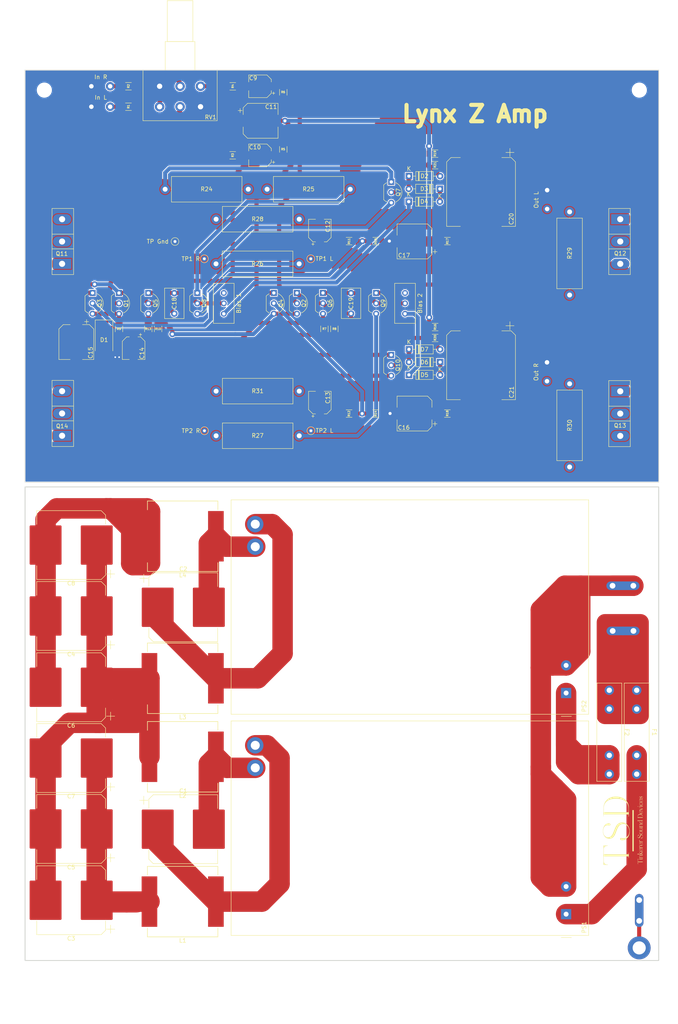
<source format=kicad_pcb>
(kicad_pcb (version 20211014) (generator pcbnew)
  (layers (0 "F.Cu" signal) (31 "B.Cu" signal) (34 "B.Paste" user) (35 "F.Paste" user) (36 "B.SilkS" user "B.Silkscreen") (37 "F.SilkS" user "F.Silkscreen") (38 "B.Mask" user) (39 "F.Mask" user) (44 "Edge.Cuts" user))
  (net 0 "")
  (net 1 "Net-(C1-Pad1)")
  (net 2 "Net-(C1-Pad2)")
  (net 3 "Net-(C2-Pad1)")
  (net 4 "Net-(C2-Pad2)")
  (net 5 "+24V")
  (net 6 "GND")
  (net 7 "-24V")
  (net 8 "Net-(J3-Pad2)")
  (net 9 "Net-(J4-Pad2)")
  (net 10 "Net-(F1-Pad1)")
  (net 11 "Net-(F1-Pad2)")
  (net 12 "Net-(F2-Pad2)")
  (net 13 "Net-(J2-Pad1)")
  (net 14 "Net-(R1-Pad2)")
  (net 15 "Net-(R2-Pad2)")
  (net 16 "Net-(R3-Pad1)")
  (net 17 "In L")
  (net 18 "Net-(R4-Pad1)")
  (net 19 "In R")
  (net 20 "Net-(C9-Pad1)")
  (net 21 "Net-(C10-Pad1)")
  (net 22 "Net-(C11-Pad1)")
  (net 23 "Net-(C11-Pad2)")
  (net 24 "Net-(C12-Pad1)")
  (net 25 "Out L")
  (net 26 "Net-(C13-Pad1)")
  (net 27 "Out R")
  (net 28 "Net-(C14-Pad1)")
  (net 29 "Net-(C16-Pad1)")
  (net 30 "Net-(C17-Pad1)")
  (net 31 "Net-(C18-Pad1)")
  (net 32 "Net-(C18-Pad2)")
  (net 33 "Net-(C19-Pad1)")
  (net 34 "Net-(C19-Pad2)")
  (net 35 "Net-(C20-Pad1)")
  (net 36 "Net-(C21-Pad1)")
  (net 37 "Net-(D2-Pad1)")
  (net 38 "Net-(D2-Pad2)")
  (net 39 "Net-(D3-Pad1)")
  (net 40 "Net-(D4-Pad1)")
  (net 41 "Net-(D5-Pad1)")
  (net 42 "Net-(D5-Pad2)")
  (net 43 "Net-(D6-Pad2)")
  (net 44 "Net-(D7-Pad2)")
  (net 45 "Net-(Q1-Pad3)")
  (net 46 "Net-(Q2-Pad3)")
  (net 47 "Net-(Q3-Pad2)")
  (net 48 "Net-(Q4-Pad2)")
  (net 49 "Net-(Q11-Pad1)")
  (net 50 "Net-(Q12-Pad1)")
  (net 51 "Net-(Q13-Pad1)")
  (net 52 "Net-(Q10-Pad3)")
  (net 53 "Net-(Q11-Pad3)")
  (net 54 "Net-(Q12-Pad3)")
  (net 55 "Net-(Q13-Pad3)")
  (net 56 "Net-(Q14-Pad3)")
  (footprint "Resistor_SMD:R_1206_3216Metric" (layer "F.Cu") (at 139.586219 106.207611 90)
    (fp_text reference "R9")
    (fp_text value "15K")
  )
  (footprint "Capacitor_SMD:CP_Elec_16x17.5" (layer "F.Cu") (at 127.891767 245.797097 180)
    (fp_text reference "C3")
    (fp_text value "330uF")
  )
  (footprint "Diode_THT:D_DO-35_SOD27_P7.62mm_Horizontal" (layer "F.Cu") (at 210.483045 111.205545)
    (fp_text reference "D7")
    (fp_text value "1N4149")
  )
  (footprint "Connector_Wire:SolderWire-0.5sqmm_1x02_P4.6mm_D0.9mm_OD2.1mm" (layer "F.Cu") (at 132.833907 46.93)
    (fp_text reference "In R")
    (fp_text value "In R")
  )
  (footprint "Capacitor_SMD:CP_Elec_16x17.5" (layer "F.Cu") (at 127.891767 176.347095 180)
    (fp_text reference "C4")
    (fp_text value "330uF")
  )
  (footprint "Capacitor_SMD:CP_Elec_8x10" (layer "F.Cu") (at 129.156219 109.427611 -90)
    (fp_text reference "C15")
    (fp_text value "220uF/35V")
  )
  (footprint "Inductor_SMD:L_Vishay_IHLP-6767" (layer "F.Cu") (at 155.158475 156.868781 180)
    (fp_text reference "L4")
    (fp_text value "100uh - 5A")
  )
  (footprint "Resistor_THT:R_Axial_DIN0617_L17.0mm_D6.0mm_P20.32mm_Horizontal" (layer "F.Cu") (at 163.335 132.317259)
    (fp_text reference "R27")
    (fp_text value "470 3W")
  )
  (footprint "Capacitor_THT:C_Rect_L7.2mm_W4.5mm_P5.00mm_FKS2_FKP2_MKS2_MKP2" (layer "F.Cu") (at 153.111219 102.467611 90)
    (fp_text reference "C18")
    (fp_text value "47pF")
  )
  (footprint "Capacitor_SMD:CP_Elec_5x5.3" (layer "F.Cu") (at 188.7 82.18 90)
    (fp_text reference "C12")
    (fp_text value "10uF/35V")
  )
  (footprint "Resistor_SMD:R_1206_3216Metric" (layer "F.Cu") (at 216.86 66.2)
    (fp_text reference "R21")
    (fp_text value "2.7K")
  )
  (footprint "Capacitor_SMD:CP_Elec_16x17.5" (layer "F.Cu") (at 155.300975 228.439815)
    (fp_text reference "C1")
    (fp_text value "330uF")
  )
  (footprint "Resistor_THT:R_Axial_DIN0617_L17.0mm_D6.0mm_P20.32mm_Horizontal" (layer "F.Cu") (at 163.335 79.41)
    (fp_text reference "R28")
    (fp_text value "0.47 3W")
  )
  (footprint "Resistor_SMD:R_1206_3216Metric" (layer "F.Cu") (at 167.3875 63.801439)
    (fp_text reference "R3")
    (fp_text value "1K")
  )
  (footprint "Capacitor_SMD:CP_Elec_5x5.3" (layer "F.Cu") (at 143.166219 110.917611 -90)
    (fp_text reference "C14")
    (fp_text value "10uF/35V")
  )
  (footprint "Custom Library:Logo_25mm" (layer "F.Cu") (at 263.462852 228.644617 90)
    (fp_text reference "G***" hide)
    (fp_text value "LOGO" hide)
  )
  (footprint "Resistor_SMD:R_1206_3216Metric" (layer "F.Cu") (at 195.843333 84.76)
    (fp_text reference "R11")
    (fp_text value "82K")
  )
  (footprint "Capacitor_SMD:CP_Elec_5x5.3" (layer "F.Cu") (at 188.7 124.22 90)
    (fp_text reference "C13")
    (fp_text value "10uF/35V")
  )
  (footprint "Connector_Wire:SolderWire-0.5sqmm_1x02_P4.6mm_D0.9mm_OD2.1mm" (layer "F.Cu") (at 244.23 114.386553 -90)
    (fp_text reference "Out R")
    (fp_text value "Out R")
  )
  (footprint "Package_TO_SOT_THT:TO-92_Inline_Wide" (layer "F.Cu") (at 189.460471 97.42 -90)
    (fp_text reference "Q6")
    (fp_text value "BC546")
  )
  (footprint "Fuse:Fuseholder_Littelfuse_100_series_5x20mm" (layer "F.Cu") (at 266.162225 194.492315 -90)
    (fp_text reference "F1")
    (fp_text value "0155001.DR")
  )
  (footprint "Potentiometer_THT:Potentiometer_Bourns_3296W_Vertical" (layer "F.Cu") (at 209.521744 102.51 -90)
    (fp_text reference "Bias 2")
    (fp_text value "1508")
  )
  (footprint "Custom Library:Spade Conector 6.3mm TE_1217861" (layer "F.Cu") (at 262.793475 168.962315 180)
    (fp_text reference "J2" hide)
    (fp_text value "AC2" hide)
  )
  (footprint "Converter_ACDC:Converter_ACDC_MeanWell_IRM-60-xx_THT" (layer "F.Cu") (at 248.904725 249.197315 180)
    (fp_text reference locked "PS1")
    (fp_text value "IRM-60-24")
  )
  (footprint "Capacitor_SMD:CP_Elec_16x17.5" (layer "F.Cu") (at 228.11 72.755442 -90)
    (fp_text reference "C20")
    (fp_text value "47uF/25v")
  )
  (footprint "Resistor_THT:R_Axial_DIN0617_L17.0mm_D6.0mm_P20.32mm_Horizontal" (layer "F.Cu") (at 249.76 119.617259 -90)
    (fp_text reference "R30")
    (fp_text value "0.47 3W")
  )
  (footprint "TestPoint:TestPoint_THTPad_D1.5mm_Drill0.7mm" (layer "F.Cu") (at 153.28 84.86 180)
    (fp_text reference "TP Gnd")
    (fp_text value "TestPoint_THTPad_D1.5mm_Drill0.7mm")
  )
  (footprint "Resistor_SMD:R_1206_3216Metric" (layer "F.Cu") (at 195.843333 126.8921 180)
    (fp_text reference "R12")
    (fp_text value "82K")
  )
  (footprint "Capacitor_SMD:CP_Elec_5x5.3" (layer "F.Cu") (at 174.0675 46.939167 180)
    (fp_text reference "C9")
    (fp_text value "10uF/35V")
  )
  (footprint "Package_TO_SOT_THT:TO-247-3_Vertical" (layer "F.Cu") (at 125.676378 90.31 90)
    (fp_text reference "Q11")
    (fp_text value "TIP35")
  )
  (footprint "Package_TO_SOT_THT:TO-92_Inline_Wide" (layer "F.Cu") (at 177.439625 97.42 -90)
    (fp_text reference "Q4")
    (fp_text value "BC556")
  )
  (footprint "Diode_THT:D_DO-35_SOD27_P7.62mm_Horizontal" (layer "F.Cu") (at 218.0475 72 180)
    (fp_text reference "D3")
    (fp_text value "1N4149")
  )
  (footprint "Resistor_THT:R_Axial_DIN0617_L17.0mm_D6.0mm_P20.32mm_Horizontal" (layer "F.Cu") (at 196.12 72.09 180)
    (fp_text reference "R25")
    (fp_text value "82 3W")
  )
  (footprint "Package_TO_SOT_THT:TO-92_Inline_Wide" (layer "F.Cu") (at 206.16 70.3 -90)
    (fp_text reference "Q7")
    (fp_text value "BC546")
  )
  (footprint "Diode_THT:D_DO-35_SOD27_P7.62mm_Horizontal" (layer "F.Cu") (at 210.483045 117.445545)
    (fp_text reference "D5")
    (fp_text value "1N4149")
  )
  (footprint "Package_TO_SOT_THT:TO-92_Inline_Wide" (layer "F.Cu") (at 158.736219 97.427611 -90)
    (fp_text reference "Q8")
    (fp_text value "BC556")
  )
  (footprint "MountingHole:MountingHole_3.2mm_M3_DIN965_Pad_TopBottom" (layer "F.Cu") (at 266.769987 257.438017 -90)
    (fp_text reference "REF**" hide)
    (fp_text value "MountingHole_3.2mm_M3_DIN965_Pad_TopBottom")
  )
  (footprint "Capacitor_SMD:CP_Elec_16x17.5" (layer "F.Cu") (at 127.891767 193.760429 180)
    (fp_text reference "C6")
    (fp_text value "330uF")
  )
  (footprint "Potentiometer_THT:Potentiometer_Alps_RK163_Dual_Horizontal" (layer "F.Cu") (at 159.523907 46.93 90)
    (fp_text reference "RV1")
    (fp_text value "log 10K")
  )
  (footprint "TestPoint:TestPoint_THTPad_D1.5mm_Drill0.7mm" (layer "F.Cu") (at 186.48 89.077471)
    (fp_text reference "TP1 L")
    (fp_text value "TestPoint_THTPad_D1.5mm_Drill0.7mm")
  )
  (footprint "Resistor_SMD:R_1206_3216Metric" (layer "F.Cu") (at 149.146219 106.207611 -90)
    (fp_text reference "R10")
    (fp_text value "15K")
  )
  (footprint "Resistor_SMD:R_1206_3216Metric" (layer "F.Cu") (at 141.903907 51.93)
    (fp_text reference "R1")
    (fp_text value "3.3K")
  )
  (footprint "Resistor_SMD:R_1206_3216Metric" (layer "F.Cu") (at 167.4075 46.949167)
    (fp_text reference "R4")
    (fp_text value "1K")
  )
  (footprint "Resistor_SMD:R_1206_3216Metric" (layer "F.Cu") (at 216.883045 108.425545)
    (fp_text reference "R20")
    (fp_text value "2.7K")
  )
  (footprint "Connector_Wire:SolderWire-0.5sqmm_1x02_P4.6mm_D0.9mm_OD2.1mm" (layer "F.Cu") (at 132.833907 51.93)
    (fp_text reference "In L")
    (fp_text value "In L")
  )
  (footprint "Capacitor_THT:C_Rect_L7.2mm_W4.5mm_P5.00mm_FKS2_FKP2_MKS2_MKP2" (layer "F.Cu") (at 196.320894 102.46 90)
    (fp_text reference "C19")
    (fp_text value "47pF")
  )
  (footprint "Diode_THT:D_DO-35_SOD27_P7.62mm_Horizontal" (layer "F.Cu") (at 210.47 68.88)
    (fp_text reference "D2")
    (fp_text value "1N4149")
  )
  (footprint "Resistor_SMD:R_1206_3216Metric" (layer "F.Cu") (at 179.7575 48.399167 90)
    (fp_text reference "R6")
    (fp_text value "56K")
  )
  (footprint "Capacitor_SMD:CP_Elec_16x17.5" (layer "F.Cu") (at 127.891767 159.020429 180)
    (fp_text reference "C8")
    (fp_text value "330uF")
  )
  (footprint "Resistor_THT:R_Axial_DIN0617_L17.0mm_D6.0mm_P20.32mm_Horizontal" (layer "F.Cu") (at 163.315006 90.31)
    (fp_text reference "R26")
    (fp_text value "470 3W")
  )
  (footprint "Package_TO_SOT_THT:TO-247-3_Vertical" (layer "F.Cu") (at 262.138622 121.454518 -90)
    (fp_text reference "Q13")
    (fp_text value "TIP42")
  )
  (footprint "Capacitor_SMD:CP_Elec_5x5.3" (layer "F.Cu") (at 174.0675 63.800832 180)
    (fp_text reference "C10")
    (fp_text value "10uF/35V")
  )
  (footprint "Diode_THT:D_DO-35_SOD27_P7.62mm_Horizontal" (layer "F.Cu") (at 210.4275 75.12)
    (fp_text reference "D4")
    (fp_text value "1N4149")
  )
  (footprint "Package_TO_SOT_THT:TO-92_Inline_Wide" (layer "F.Cu") (at 183.090048 97.42 -90)
    (fp_text reference "Q2")
    (fp_text value "BC556")
  )
  (footprint "Inductor_SMD:L_Vishay_IHLP-6767" (layer "F.Cu") (at 155.158475 246.132315 180)
    (fp_text reference "L1")
    (fp_text value "100uh - 5A")
  )
  (footprint "Resistor_SMD:R_1206_3216Metric" (layer "F.Cu") (at 216.883045 105.765545)
    (fp_text reference "R16")
    (fp_text value "2.2K")
  )
  (footprint "Custom Library:Spade Conector 6.3mm TE_1217861" (layer "F.Cu") (at 266.769987 248.296237 90)
    (fp_text reference "J2" hide)
    (fp_text value "AC2" hide)
  )
  (footprint "Resistor_SMD:R_1206_3216Metric" (layer "F.Cu") (at 219.8825 126.8921)
    (fp_text reference "R18")
    (fp_text value "56K")
  )
  (footprint "Fuse:Fuseholder_Littelfuse_100_series_5x20mm" (layer "F.Cu") (at 259.459725 194.492315 -90)
    (fp_text reference "F2")
    (fp_text value "0155001.DR")
  )
  (footprint "Resistor_SMD:R_1206_3216Metric" (layer "F.Cu") (at 146.746219 106.207611 90)
    (fp_text reference "R13")
    (fp_text value "1.5K")
  )
  (footprint "Resistor_SMD:R_1206_3216Metric" (layer "F.Cu") (at 192.246341 106.207611 -90)
    (fp_text reference "R8")
    (fp_text value "1.5K")
  )
  (footprint "Resistor_THT:R_Axial_DIN0617_L17.0mm_D6.0mm_P20.32mm_Horizontal" (layer "F.Cu") (at 163.335 121.417259)
    (fp_text reference "R31")
    (fp_text value "0.47 3W")
  )
  (footprint "MountingHole:MountingHole_3.2mm_M3" (layer "F.Cu") (at 121.34 47.87)
    (fp_text reference "REF**" hide)
    (fp_text value "MountingHole_3.2mm_M3")
  )
  (footprint "Custom Library:Spade Conector 6.3mm TE_1217861" (layer "F.Cu") (at 262.828475 180.002315)
    (fp_text reference "J1" hide)
    (fp_text value "AC1" hide)
  )
  (footprint "Package_TO_SOT_THT:TO-247-3_Vertical" (layer "F.Cu") (at 125.676378 132.317259 90)
    (fp_text reference "Q14")
    (fp_text value "TIP35")
  )
  (footprint "Potentiometer_THT:Potentiometer_Bourns_3296W_Vertical" (layer "F.Cu") (at 165.208338 102.51 -90)
    (fp_text reference "Bias 1")
    (fp_text value "1508")
  )
  (footprint "Resistor_THT:R_Axial_DIN0617_L17.0mm_D6.0mm_P20.32mm_Horizontal" (layer "F.Cu") (at 150.87 72.09)
    (fp_text reference "R24")
    (fp_text value "82 3W")
  )
  (footprint "MountingHole:MountingHole_3.2mm_M3" (layer "F.Cu") (at 119.979987 257.438017)
    (fp_text reference "REF**" hide)
    (fp_text value "MountingHole_3.2mm_M3")
  )
  (footprint "Capacitor_SMD:CP_Elec_16x17.5" (layer "F.Cu") (at 228.11 115.094455 -90)
    (fp_text reference "C21")
    (fp_text value "47uF/25v")
  )
  (footprint "Inductor_SMD:L_Vishay_IHLP-6767" (layer "F.Cu") (at 155.158475 210.747315 180)
    (fp_text reference "L2")
    (fp_text value "100uh - 5A")
  )
  (footprint "Capacitor_SMD:CP_Elec_16x17.5" (layer "F.Cu") (at 127.891767 211.057097 180)
    (fp_text reference "C7")
    (fp_text value "330uF")
  )
  (footprint "TestPoint:TestPoint_THTPad_D1.5mm_Drill0.7mm" (layer "F.Cu") (at 160.479994 131.09 180)
    (fp_text reference "TP2 R")
    (fp_text value "TestPoint_THTPad_D1.5mm_Drill0.7mm")
  )
  (footprint "Package_TO_SOT_THT:TO-247-3_Vertical" (layer "F.Cu") (at 262.138622 79.41 -90)
    (fp_text reference "Q12")
    (fp_text value "TIP42")
  )
  (footprint "Connector_Wire:SolderWire-0.5sqmm_1x02_P4.6mm_D0.9mm_OD2.1mm" (layer "F.Cu") (at 244.27 72.31 -90)
    (fp_text reference "Out L")
    (fp_text value "Out L")
  )
  (footprint "Capacitor_SMD:CP_Elec_8x10" (layer "F.Cu") (at 174.21 55.37)
    (fp_text reference "C11")
    (fp_text value "220uF/35V")
  )
  (footprint "Resistor_SMD:R_1206_3216Metric" (layer "F.Cu") (at 202.366666 84.76)
    (fp_text reference "R15")
    (fp_text value "5.6K")
  )
  (footprint "Resistor_SMD:R_1206_3216Metric" (layer "F.Cu") (at 189.815801 106.207611 90)
    (fp_text reference "R7")
    (fp_text value "1.5K")
  )
  (footprint "Package_TO_SOT_THT:TO-92_Inline_Wide" (layer "F.Cu") (at 146.766219 97.427611 -90)
    (fp_text reference "Q5")
    (fp_text value "BC546")
  )
  (footprint "TestPoint:TestPoint_THTPad_D1.5mm_Drill0.7mm" (layer "F.Cu") (at 160.449989 89.077471 180)
    (fp_text reference "TP1 R")
    (fp_text value "TestPoint_THTPad_D1.5mm_Drill0.7mm")
  )
  (footprint "Resistor_SMD:R_1206_3216Metric" (layer "F.Cu") (at 202.366666 126.8921)
    (fp_text reference "R14")
    (fp_text value "5.6K")
  )
  (footprint "Package_TO_SOT_THT:TO-92_Inline_Wide" (layer "F.Cu") (at 206.14 112.56 -90)
    (fp_text reference "Q10")
    (fp_text value "BC546")
  )
  (footprint "Capacitor_SMD:CP_Elec_16x17.5" (layer "F.Cu") (at 155.300975 174.218781)
    (fp_text reference "C2")
    (fp_text value "330uF")
  )
  (footprint "Diode_SMD:D_SMA-SMB_Universal_Handsoldering" (layer "F.Cu") (at 135.926219 108.877611 -90)
    (fp_text reference "D1")
    (fp_text value "15V")
  )
  (footprint "Capacitor_SMD:CP_Elec_8x10" (layer "F.Cu") (at 211.8375 84.8421 180)
    (fp_text reference "C17")
    (fp_text value "100uF/35V")
  )
  (footprint "TestPoint:TestPoint_THTPad_D1.5mm_Drill0.7mm" (layer "F.Cu") (at 186.510005 131.09)
    (fp_text reference "TP2 L")
    (fp_text value "TestPoint_THTPad_D1.5mm_Drill0.7mm")
  )
  (footprint "Diode_THT:D_DO-35_SOD27_P7.62mm_Horizontal" (layer "F.Cu") (at 218.103045 114.325545 180)
    (fp_text reference "D6")
    (fp_text value "1N4149")
  )
  (footprint "Resistor_SMD:R_1206_3216Metric" (layer "F.Cu") (at 141.903907 46.93)
    (fp_text reference "R2")
    (fp_text value "3.3K")
  )
  (footprint "Package_TO_SOT_THT:TO-92_Inline_Wide" (layer "F.Cu") (at 202.461317 97.42 -90)
    (fp_text reference "Q9")
    (fp_text value "BC556")
  )
  (footprint "Capacitor_SMD:CP_Elec_16x17.5" (layer "F.Cu") (at 127.891767 228.383763 180)
    (fp_text reference "C5")
    (fp_text value "330uF")
  )
  (footprint "MountingHole:MountingHole_3.2mm_M3" (layer "F.Cu") (at 266.8 47.87)
    (fp_text reference "REF**" hide)
    (fp_text value "MountingHole_3.2mm_M3")
  )
  (footprint "Resistor_SMD:R_1206_3216Metric" (layer "F.Cu") (at 219.8825 84.76)
    (fp_text reference "R17")
    (fp_text value "56K")
  )
  (footprint "Resistor_SMD:R_1206_3216Metric" (layer "F.Cu") (at 179.7575 62.351439 90)
    (fp_text reference "R5")
    (fp_text value "56K")
  )
  (footprint "Converter_ACDC:Converter_ACDC_MeanWell_IRM-60-xx_THT" (layer "F.Cu") (at 248.904725 195.167315 180)
    (fp_text reference locked "PS2")
    (fp_text value "IRM-60-24")
  )
  (footprint "Resistor_SMD:R_1206_3216Metric" (layer "F.Cu") (at 216.86 63.4 180)
    (fp_text reference "R19")
    (fp_text value "2.2K")
  )
  (footprint "Capacitor_SMD:CP_Elec_8x10" (layer "F.Cu") (at 211.8375 126.8921 180)
    (fp_text reference "C16")
    (fp_text value "100uF/35V")
  )
  (footprint "Resistor_THT:R_Axial_DIN0617_L17.0mm_D6.0mm_P20.32mm_Horizontal" (layer "F.Cu") (at 249.76 77.61 -90)
    (fp_text reference "R29")
    (fp_text value "0.47 3W")
  )
  (footprint "Package_TO_SOT_THT:TO-92_Inline_Wide" (layer "F.Cu") (at 133.126219 97.427611 -90)
    (fp_text reference "Q3")
    (fp_text value "BC556")
  )
  (footprint "Package_TO_SOT_THT:TO-92_Inline_Wide" (layer "F.Cu") (at 139.586219 97.427611 -90)
    (fp_text reference "Q1")
    (fp_text value "BC556")
  )
  (footprint "Inductor_SMD:L_Vishay_IHLP-6767" (layer "F.Cu") (at 155.158475 191.568781 180)
    (fp_text reference "L3")
    (fp_text value "100uh - 5A")
  )
  (gr_rect (start 116.626875 260.520337) (end 271.546875 144.820337) (layer "Edge.Cuts") (width 0.2) (fill none))
  (gr_rect (start 116.626875 143.62) (end 271.546875 43) (layer "Edge.Cuts") (width 0.2) (fill none))
  (gr_text "Lynx Z Amp" (at 226.65 53.68) (layer "F.SilkS") (effects (font (size 4 4) (thickness 1))))
  (segment (start 266.769987 257.438017) (end 266.769987 245.756237) (width 1) (layer "F.Cu") (net 0))
  (segment locked (start 178.848475 211.068781) (end 175.727009 207.947315) (width 5) (layer "F.Cu") (net 1))
  (segment locked (start 149.050975 231.902315) (end 163.280975 246.132315) (width 5) (layer "F.Cu") (net 1))
  (segment locked (start 174.494941 246.132315) (end 178.848475 241.778781) (width 5) (layer "F.Cu") (net 1))
  (segment locked (start 175.727009 207.947315) (end 172.904725 207.947315) (width 5) (layer "F.Cu") (net 1))
  (segment locked (start 178.848475 241.778781) (end 178.848475 211.068781) (width 5) (layer "F.Cu") (net 1))
  (segment locked (start 163.280975 246.132315) (end 174.494941 246.132315) (width 5) (layer "F.Cu") (net 1))
  (segment locked (start 172.904725 213.447315) (end 165.980975 213.447315) (width 5) (layer "F.Cu") (net 2))
  (segment locked (start 161.550975 212.477315) (end 163.280975 210.747315) (width 5) (layer "F.Cu") (net 2))
  (segment locked (start 161.550975 228.439815) (end 161.550975 212.477315) (width 5) (layer "F.Cu") (net 2))
  (segment locked (start 165.980975 213.447315) (end 163.280975 210.747315) (width 5) (layer "F.Cu") (net 2))
  (segment locked (start 163.280975 191.568781) (end 173.518475 191.568781) (width 5) (layer "F.Cu") (net 3))
  (segment locked (start 179.588475 185.498781) (end 179.588475 156.478781) (width 5) (layer "F.Cu") (net 3))
  (segment locked (start 149.050975 177.338781) (end 163.280975 191.568781) (width 5) (layer "F.Cu") (net 3))
  (segment locked (start 179.588475 156.478781) (end 177.027009 153.917315) (width 5) (layer "F.Cu") (net 3))
  (segment locked (start 173.518475 191.568781) (end 179.588475 185.498781) (width 5) (layer "F.Cu") (net 3))
  (segment locked (start 177.027009 153.917315) (end 172.904725 153.917315) (width 5) (layer "F.Cu") (net 3))
  (segment locked (start 165.829509 159.417315) (end 163.280975 156.868781) (width 5) (layer "F.Cu") (net 4))
  (segment locked (start 161.550975 174.218781) (end 161.550975 158.598781) (width 5) (layer "F.Cu") (net 4))
  (segment locked (start 172.904725 159.417315) (end 165.829509 159.417315) (width 5) (layer "F.Cu") (net 4))
  (segment locked (start 161.550975 158.598781) (end 163.280975 156.868781) (width 5) (layer "F.Cu") (net 4))
  (segment (start 125.676378 126.867259) (end 121.443979 126.867259) (width 5) (layer "F.Cu") (net 5))
  (segment (start 120.476867 125.900147) (end 120.476867 116.803133) (width 5) (layer "F.Cu") (net 5))
  (segment (start 174.926364 112.56) (end 206.14 112.56) (width 1) (layer "F.Cu") (net 5))
  (segment locked (start 147.035975 246.132315) (end 145.425689 246.132315) (width 5) (layer "F.Cu") (net 5))
  (segment (start 120.476867 92.856867) (end 120.476867 116.803133) (width 5) (layer "F.Cu") (net 5))
  (segment locked (start 143.871767 246.287297) (end 141.458927 246.287297) (width 5) (layer "F.Cu") (net 5))
  (segment (start 169.928182 117.558182) (end 174.926364 112.56) (width 1) (layer "F.Cu") (net 5))
  (segment (start 169.928182 117.558182) (end 121.231916 117.558182) (width 1) (layer "F.Cu") (net 5))
  (segment (start 120.476867 83.996867) (end 120.476867 92.856867) (width 5) (layer "F.Cu") (net 5))
  (segment locked (start 134.141767 237.034457) (end 134.141767 219.744457) (width 5) (layer "F.Cu") (net 5))
  (segment locked (start 141.458927 246.287297) (end 134.631967 246.287297) (width 5) (layer "F.Cu") (net 5))
  (segment locked (start 134.786949 246.132315) (end 134.631967 246.287297) (width 5) (layer "F.Cu") (net 5))
  (segment locked (start 133.669987 246.268877) (end 133.670517 246.268347) (width 5) (layer "F.Cu") (net 5))
  (segment (start 123.18 72.09) (end 120.476867 74.793133) (width 5) (layer "F.Cu") (net 5))
  (segment (start 121.231916 117.558182) (end 120.476867 116.803133) (width 1) (layer "F.Cu") (net 5))
  (segment (start 150.87 72.09) (end 123.18 72.09) (width 5) (layer "F.Cu") (net 5))
  (segment (start 125.676378 84.86) (end 121.34 84.86) (width 5) (layer "F.Cu") (net 5))
  (segment locked (start 147.035975 246.132315) (end 134.786949 246.132315) (width 5) (layer "F.Cu") (net 5))
  (segment (start 121.443979 126.867259) (end 120.476867 125.900147) (width 5) (layer "F.Cu") (net 5))
  (segment locked (start 134.141767 219.744457) (end 134.141767 211.057097) (width 5) (layer "F.Cu") (net 5))
  (segment locked (start 134.631967 246.287297) (end 134.141767 245.797097) (width 5) (layer "F.Cu") (net 5))
  (segment locked (start 134.141767 245.797097) (end 134.141767 237.034457) (width 5) (layer "F.Cu") (net 5))
  (segment (start 121.34 84.86) (end 120.476867 83.996867) (width 5) (layer "F.Cu") (net 5))
  (segment (start 120.476867 74.793133) (end 120.476867 83.996867) (width 5) (layer "F.Cu") (net 5))
  (segment locked (start 133.670517 246.268347) (end 134.141767 245.797097) (width 5) (layer "F.Cu") (net 5))
  (segment (start 151.93 67) (end 205.2 67) (width 1) (layer "B.Cu") (net 5))
  (segment (start 206.16 67.96) (end 206.16 70.3) (width 1) (layer "B.Cu") (net 5))
  (segment (start 205.2 67) (end 206.16 67.96) (width 1) (layer "B.Cu") (net 5))
  (segment (start 150.87 72.09) (end 150.87 68.06) (width 1) (layer "B.Cu") (net 5))
  (segment (start 150.87 68.06) (end 151.93 67) (width 1) (layer "B.Cu") (net 5))
  (segment locked (start 137.689987 199.478017) (end 137.339987 199.128017) (width 5) (layer "F.Cu") (net 6))
  (segment locked (start 134.141767 193.760429) (end 144.844327 193.760429) (width 5) (layer "F.Cu") (net 6))
  (segment locked (start 138.582399 193.760429) (end 144.299987 199.478017) (width 5) (layer "F.Cu") (net 6))
  (segment locked (start 143.871767 202.451263) (end 134.821767 202.451263) (width 5) (layer "F.Cu") (net 6))
  (segment locked (start 121.641767 245.797097) (end 121.641767 237.244956) (width 5) (layer "F.Cu") (net 6))
  (segment locked (start 127.546767 202.451263) (end 121.641767 208.356263) (width 5) (layer "F.Cu") (net 6))
  (segment locked (start 144.299987 199.478017) (end 137.689987 199.478017) (width 5) (layer "F.Cu") (net 6))
  (segment locked (start 134.141767 185.054956) (end 134.141767 190.136237) (width 5) (layer "F.Cu") (net 6))
  (segment locked (start 134.141767 159.020429) (end 134.141767 167.694956) (width 5) (layer "F.Cu") (net 6))
  (segment locked (start 134.141767 167.694956) (end 134.141767 185.054956) (width 5) (layer "F.Cu") (net 6))
  (segment (start 208.5875 126.8921) (end 205.87907 126.8921) (width 1) (layer "F.Cu") (net 6))
  (segment (start 129.596219 113.117611) (end 129.156219 112.677611) (width 1) (layer "F.Cu") (net 6))
  (segment locked (start 134.018074 202.451263) (end 127.546767 202.451263) (width 5) (layer "F.Cu") (net 6))
  (segment (start 205.87907 126.8921) (end 205.860585 126.873615) (width 1) (layer "F.Cu") (net 6))
  (segment (start 139.622389 113.117611) (end 138.672389 113.117611) (width 1) (layer "F.Cu") (net 6))
  (segment (start 138.672389 113.117611) (end 129.596219 113.117611) (width 1) (layer "F.Cu") (net 6))
  (segment locked (start 144.844327 193.760429) (end 147.035975 191.568781) (width 5) (layer "F.Cu") (net 6))
  (segment locked (start 135.574311 191.568781) (end 134.141767 190.136237) (width 5) (layer "F.Cu") (net 6))
  (segment locked (start 134.141767 193.760429) (end 134.141767 201.771263) (width 5) (layer "F.Cu") (net 6))
  (segment locked (start 121.641767 219.804956) (end 121.641767 219.714457) (width 5) (layer "F.Cu") (net 6))
  (segment locked (start 134.141767 193.760429) (end 138.582399 193.760429) (width 5) (layer "F.Cu") (net 6))
  (segment (start 205.823615 126.873615) (end 205.860585 126.873615) (width 1) (layer "F.Cu") (net 6))
  (segment locked (start 121.641767 237.244956) (end 121.641767 219.804956) (width 5) (layer "F.Cu") (net 6))
  (segment locked (start 134.821767 202.451263) (end 134.018074 202.451263) (width 5) (layer "F.Cu") (net 6))
  (segment (start 143.166219 113.117611) (end 139.622389 113.117611) (width 1) (layer "F.Cu") (net 6))
  (segment locked (start 121.641767 208.356263) (end 121.641767 211.057097) (width 5) (layer "F.Cu") (net 6))
  (segment (start 208.61 84.76) (end 205.69 84.76) (width 1) (layer "F.Cu") (net 6))
  (segment (start 205.82 126.87) (end 205.823615 126.873615) (width 1) (layer "F.Cu") (net 6))
  (segment locked (start 147.035975 210.747315) (end 147.035975 191.568781) (width 5) (layer "F.Cu") (net 6))
  (segment locked (start 134.141767 190.136237) (end 134.141767 193.760429) (width 5) (layer "F.Cu") (net 6))
  (segment locked (start 121.641767 219.714457) (end 121.641767 211.057097) (width 5) (layer "F.Cu") (net 6))
  (segment locked (start 147.035975 191.568781) (end 135.574311 191.568781) (width 5) (layer "F.Cu") (net 6))
  (segment locked (start 134.141767 201.771263) (end 134.821767 202.451263) (width 5) (layer "F.Cu") (net 6))
  (via (at 205.69 84.76) (size 1.5) (drill 0.75) (layers "F.Cu" "B.Cu") (net 6))
  (via (at 139.622389 113.117611) (size 0.8) (drill 0.4) (layers "F.Cu" "B.Cu") (net 6))
  (via (at 138.672389 113.117611) (size 0.8) (drill 0.4) (layers "F.Cu" "B.Cu") (net 6))
  (via (at 205.860585 126.873615) (size 1.5) (drill 0.75) (layers "F.Cu" "B.Cu") (net 6))
  (segment (start 267.19 91.57) (end 267.088133 91.671867) (width 5) (layer "F.Cu") (net 7))
  (segment (start 232.71 95.39) (end 241.921867 104.601867) (width 1) (layer "F.Cu") (net 7))
  (segment (start 144.361371 156.868781) (end 147.035975 156.868781) (width 5) (layer "F.Cu") (net 7))
  (segment (start 137.55259 150.06) (end 144.361371 156.868781) (width 5) (layer "F.Cu") (net 7))
  (segment (start 136.44 150.06) (end 146.47 150.06) (width 5) (layer "F.Cu") (net 7))
  (segment (start 267.338133 80.561867) (end 267.338133 81.563707) (width 5) (layer "F.Cu") (net 7))
  (segment (start 142.58 154.11) (end 141.05 152.58) (width 5) (layer "F.Cu") (net 7))
  (segment (start 267.088133 125.404029) (end 265.587644 126.904518) (width 5) (layer "F.Cu") (net 7))
  (segment (start 196.12 65.56) (end 205.56 56.12) (width 5) (layer "F.Cu") (net 7))
  (segment (start 136.44 150.06) (end 137.55259 150.06) (width 5) (layer "F.Cu") (net 7))
  (segment (start 267.19 81.71184) (end 267.19 91.57) (width 5) (layer "F.Cu") (net 7))
  (segment (start 204.37 97.42) (end 206.4 95.39) (width 1) (layer "F.Cu") (net 7))
  (segment (start 267.338133 104.601867) (end 267.338133 121.428133) (width 5) (layer "F.Cu") (net 7))
  (segment (start 147.19 163.38) (end 146.64 163.93) (width 5) (layer "F.Cu") (net 7))
  (segment (start 205.56 56.12) (end 257.26 56.12) (width 5) (layer "F.Cu") (net 7))
  (segment (start 124.38 150.06) (end 136.44 150.06) (width 5) (layer "F.Cu") (net 7))
  (segment (start 121.641767 159.020429) (end 121.641767 152.798233) (width 5) (layer "F.Cu") (net 7))
  (segment (start 267.338133 81.563707) (end 267.19 81.71184) (width 5) (layer "F.Cu") (net 7))
  (segment locked (start 121.641767 159.020429) (end 121.641767 193.760429) (width 5) (layer "F.Cu") (net 7))
  (segment (start 267.088133 91.671867) (end 267.088133 84.516782) (width 5) (layer "F.Cu") (net 7))
  (segment (start 142.58 154.78) (end 142.58 154.11) (width 5) (layer "F.Cu") (net 7))
  (segment (start 196.12 72.09) (end 196.12 65.56) (width 5) (layer "F.Cu") (net 7))
  (segment (start 146.64 163.93) (end 142.97 163.93) (width 5) (layer "F.Cu") (net 7))
  (segment (start 202.461317 97.42) (end 204.37 97.42) (width 1) (layer "F.Cu") (net 7))
  (segment (start 142.58 163.54) (end 142.58 154.78) (width 5) (layer "F.Cu") (net 7))
  (segment (start 265.487798 84.897259) (end 262.138622 84.897259) (width 5) (layer "F.Cu") (net 7))
  (segment (start 267.338133 91.921867) (end 267.338133 104.601867) (width 5) (layer "F.Cu") (net 7))
  (segment (start 267.338133 80.561867) (end 267.338133 125.154029) (width 5) (layer "F.Cu") (net 7))
  (segment (start 241.921867 104.601867) (end 267.338133 104.601867) (width 1) (layer "F.Cu") (net 7))
  (segment (start 142.58 154.78) (end 146.37 150.99) (width 5) (layer "F.Cu") (net 7))
  (segment (start 267.338133 121.428133) (end 267.338133 125.154029) (width 5) (layer "F.Cu") (net 7))
  (segment (start 267.088133 91.671867) (end 267.338133 91.921867) (width 5) (layer "F.Cu") (net 7))
  (segment (start 265.587644 126.904518) (end 262.138622 126.904518) (width 5) (layer "F.Cu") (net 7))
  (segment (start 146.37 150.99) (end 147.19 150.99) (width 5) (layer "F.Cu") (net 7))
  (segment (start 267.338133 125.154029) (end 267.088133 125.404029) (width 5) (layer "F.Cu") (net 7))
  (segment (start 121.641767 152.798233) (end 124.38 150.06) (width 5) (layer "F.Cu") (net 7))
  (segment (start 146.47 150.06) (end 147.19 150.78) (width 5) (layer "F.Cu") (net 7))
  (segment (start 147.19 150.78) (end 147.19 163.38) (width 5) (layer "F.Cu") (net 7))
  (segment (start 206.4 95.39) (end 232.71 95.39) (width 1) (layer "F.Cu") (net 7))
  (segment (start 267.088133 86.497594) (end 265.487798 84.897259) (width 5) (layer "F.Cu") (net 7))
  (segment locked (start 121.641767 159.020429) (end 121.641767 154.556263) (width 5) (layer "F.Cu") (net 7))
  (segment (start 267.338133 66.198133) (end 267.338133 80.561867) (width 5) (layer "F.Cu") (net 7))
  (segment (start 257.26 56.12) (end 267.338133 66.198133) (width 5) (layer "F.Cu") (net 7))
  (segment (start 142.97 163.93) (end 142.58 163.54) (width 5) (layer "F.Cu") (net 7))
  (segment (start 158.736219 87.386219) (end 158.736219 97.427611) (width 1) (layer "B.Cu") (net 7))
  (segment (start 196.12 72.09) (end 193.073781 75.136219) (width 1) (layer "B.Cu") (net 7))
  (segment (start 193.073781 75.136219) (end 170.986219 75.136219) (width 1) (layer "B.Cu") (net 7))
  (segment (start 170.986219 75.136219) (end 158.736219 87.386219) (width 1) (layer "B.Cu") (net 7))
  (segment locked (start 137.433907 51.93) (end 140.441407 51.93) (width 1) (layer "F.Cu") (net 8))
  (segment locked (start 137.433907 46.93) (end 140.441407 46.93) (width 1) (layer "F.Cu") (net 9))
  (segment locked (start 255.154725 249.197315) (end 248.904725 249.197315) (width 5) (layer "F.Cu") (net 11))
  (segment locked (start 266.162225 238.189815) (end 255.154725 249.197315) (width 5) (layer "F.Cu") (net 11))
  (segment locked (start 266.162225 210.392315) (end 266.162225 238.189815) (width 5) (layer "F.Cu") (net 11))
  (segment locked (start 248.904725 207.617315) (end 251.679725 210.392315) (width 5) (layer "F.Cu") (net 12))
  (segment locked (start 248.904725 211.987315) (end 248.904725 202.297315) (width 5) (layer "F.Cu") (net 12))
  (segment locked (start 251.909725 214.992315) (end 248.904725 211.987315) (width 5) (layer "F.Cu") (net 12))
  (segment locked (start 248.904725 195.167315) (end 248.904725 202.297315) (width 5) (layer "F.Cu") (net 12))
  (segment locked (start 248.904725 202.297315) (end 248.904725 207.617315) (width 5) (layer "F.Cu") (net 12))
  (segment locked (start 259.459725 214.992315) (end 251.909725 214.992315) (width 5) (layer "F.Cu") (net 12))
  (segment locked (start 259.459725 214.992315) (end 259.459725 210.392315) (width 5) (layer "F.Cu") (net 12))
  (segment locked (start 251.679725 210.392315) (end 259.459725 210.392315) (width 5) (layer "F.Cu") (net 12))
  (segment locked (start 242.719725 213.172315) (end 242.719725 215.012315) (width 5) (layer "F.Cu") (net 13))
  (segment locked (start 244.924725 242.447315) (end 244.924725 224.067315) (width 5) (layer "F.Cu") (net 13))
  (segment locked (start 244.924725 242.447315) (end 248.904725 242.447315) (width 5) (layer "F.Cu") (net 13))
  (segment locked (start 248.904725 221.197315) (end 248.349725 220.642315) (width 5) (layer "F.Cu") (net 13))
  (segment locked (start 248.609725 168.962315) (end 242.719725 174.852315) (width 5) (layer "F.Cu") (net 13))
  (segment locked (start 248.904725 188.417315) (end 248.904725 169.257315) (width 5) (layer "F.Cu") (net 13))
  (segment locked (start 242.719725 240.242315) (end 244.924725 242.447315) (width 5) (layer "F.Cu") (net 13))
  (segment locked (start 242.719725 215.012315) (end 248.349725 220.642315) (width 5) (layer "F.Cu") (net 13))
  (segment locked (start 252.429725 168.962315) (end 248.609725 168.962315) (width 5) (layer "F.Cu") (net 13))
  (segment locked (start 243.284725 188.417315) (end 242.719725 188.982315) (width 5) (layer "F.Cu") (net 13))
  (segment locked (start 252.359725 184.962315) (end 252.359725 169.032315) (width 5) (layer "F.Cu") (net 13))
  (segment locked (start 265.333475 168.962315) (end 252.429725 168.962315) (width 5) (layer "F.Cu") (net 13))
  (segment locked (start 246.109725 218.402315) (end 246.109725 218.342315) (width 5) (layer "F.Cu") (net 13))
  (segment locked (start 245.594725 188.417315) (end 243.284725 188.417315) (width 5) (layer "F.Cu") (net 13))
  (segment locked (start 265.333475 168.962315) (end 260.253475 168.962315) (width 5) (layer "F.Cu") (net 13))
  (segment locked (start 244.924725 224.067315) (end 248.349725 220.642315) (width 5) (layer "F.Cu") (net 13))
  (segment locked (start 248.904725 169.257315) (end 248.609725 168.962315) (width 5) (layer "F.Cu") (net 13))
  (segment locked (start 242.719725 188.982315) (end 242.719725 213.172315) (width 5) (layer "F.Cu") (net 13))
  (segment locked (start 245.594725 176.147315) (end 245.769725 175.972315) (width 5) (layer "F.Cu") (net 13))
  (segment locked (start 252.359725 169.032315) (end 252.429725 168.962315) (width 5) (layer "F.Cu") (net 13))
  (segment locked (start 248.904725 188.417315) (end 245.594725 188.417315) (width 5) (layer "F.Cu") (net 13))
  (segment locked (start 248.904725 242.447315) (end 248.904725 221.197315) (width 5) (layer "F.Cu") (net 13))
  (segment locked (start 248.349725 220.642315) (end 246.109725 218.402315) (width 5) (layer "F.Cu") (net 13))
  (segment locked (start 242.719725 213.172315) (end 242.719725 240.242315) (width 5) (layer "F.Cu") (net 13))
  (segment locked (start 242.719725 174.852315) (end 242.719725 188.982315) (width 5) (layer "F.Cu") (net 13))
  (segment locked (start 248.904725 188.417315) (end 252.359725 184.962315) (width 5) (layer "F.Cu") (net 13))
  (segment locked (start 245.594725 188.417315) (end 245.594725 176.147315) (width 5) (layer "F.Cu") (net 13))
  (segment locked (start 143.366407 53.3425) (end 143.366407 51.93) (width 1) (layer "F.Cu") (net 14))
  (segment locked (start 143.823418 53.799511) (end 143.366407 53.3425) (width 1) (layer "F.Cu") (net 14))
  (segment locked (start 154.523907 52.97) (end 153.694396 53.799511) (width 1) (layer "F.Cu") (net 14))
  (segment locked (start 154.523907 51.93) (end 154.523907 52.97) (width 1) (layer "F.Cu") (net 14))
  (segment locked (start 153.694396 53.799511) (end 143.823418 53.799511) (width 1) (layer "F.Cu") (net 14))
  (segment locked (start 144.013418 45.060489) (end 143.366407 45.7075) (width 1) (layer "F.Cu") (net 15))
  (segment locked (start 153.504396 45.060489) (end 144.013418 45.060489) (width 1) (layer "F.Cu") (net 15))
  (segment locked (start 154.523907 46.08) (end 153.504396 45.060489) (width 1) (layer "F.Cu") (net 15))
  (segment locked (start 154.523907 46.93) (end 154.523907 46.08) (width 1) (layer "F.Cu") (net 15))
  (segment locked (start 143.366407 45.7075) (end 143.366407 46.93) (width 1) (layer "F.Cu") (net 15))
  (segment (start 165.925 63.801439) (end 165.925 52.945) (width 1) (layer "F.Cu") (net 16))
  (segment (start 163.040489 50.060489) (end 165.925 52.945) (width 1) (layer "F.Cu") (net 16))
  (segment (start 150.153418 50.060489) (end 162.749511 50.060489) (width 1) (layer "F.Cu") (net 16))
  (segment (start 162.749511 50.060489) (end 163.040489 50.060489) (width 1) (layer "F.Cu") (net 16))
  (segment locked (start 149.523907 50.69) (end 150.153418 50.060489) (width 1) (layer "F.Cu") (net 16))
  (segment locked (start 149.523907 51.93) (end 149.523907 50.69) (width 1) (layer "F.Cu") (net 16))
  (segment (start 168.850607 63.800832) (end 168.85 63.801439) (width 1) (layer "F.Cu") (net 17))
  (segment (start 171.8675 63.800832) (end 168.850607 63.800832) (width 1) (layer "F.Cu") (net 17))
  (segment (start 165.925833 46.93) (end 165.945 46.949167) (width 1) (layer "F.Cu") (net 18))
  (segment (start 159.523907 46.93) (end 165.925833 46.93) (width 1) (layer "F.Cu") (net 18))
  (segment (start 168.88 46.939167) (end 168.87 46.949167) (width 1) (layer "F.Cu") (net 19))
  (segment (start 171.8675 46.939167) (end 168.88 46.939167) (width 1) (layer "F.Cu") (net 19))
  (segment (start 183.090048 99.96) (end 178.74 95.609952) (width 1) (layer "F.Cu") (net 20))
  (segment (start 179.7575 46.936667) (end 183.78 50.959168) (width 1) (layer "F.Cu") (net 20))
  (segment (start 183.78 50.959168) (end 183.78 71.44) (width 1) (layer "F.Cu") (net 20))
  (segment (start 178.74 76.26) (end 178.74 95.27) (width 1) (layer "F.Cu") (net 20))
  (segment (start 179.755 46.939167) (end 179.7575 46.936667) (width 1) (layer "F.Cu") (net 20))
  (segment (start 183.56 71.44) (end 178.74 76.26) (width 1) (layer "F.Cu") (net 20))
  (segment (start 178.74 95.609952) (end 178.74 95.27) (width 1) (layer "F.Cu") (net 20))
  (segment (start 176.2675 46.939167) (end 179.755 46.939167) (width 1) (layer "F.Cu") (net 20))
  (segment (start 138.052455 94.465) (end 165.745 94.465) (width 1) (layer "F.Cu") (net 21))
  (segment (start 137.421219 97.106236) (end 137.421219 95.096236) (width 1) (layer "F.Cu") (net 21))
  (segment (start 165.745 94.465) (end 167.38 92.83) (width 1) (layer "F.Cu") (net 21))
  (segment (start 175.819168 63.800832) (end 176.2675 63.800832) (width 1) (layer "F.Cu") (net 21))
  (segment (start 167.38 87.7) (end 167.38 86.47) (width 1) (layer "F.Cu") (net 21))
  (segment (start 176.2675 63.800832) (end 179.744393 63.800832) (width 1) (layer "F.Cu") (net 21))
  (segment (start 137.421219 95.096236) (end 138.052455 94.465) (width 1) (layer "F.Cu") (net 21))
  (segment (start 167.38 92.83) (end 167.38 86.47) (width 1) (layer "F.Cu") (net 21))
  (segment (start 137.421219 99.551219) (end 137.837611 99.967611) (width 1) (layer "F.Cu") (net 21))
  (segment (start 179.744393 63.800832) (end 179.7575 63.813939) (width 1) (layer "F.Cu") (net 21))
  (segment (start 167.38 69.07) (end 169.72 66.73) (width 1) (layer "F.Cu") (net 21))
  (segment (start 167.38 86.47) (end 167.38 69.07) (width 1) (layer "F.Cu") (net 21))
  (segment (start 172.89 66.73) (end 175.819168 63.800832) (width 1) (layer "F.Cu") (net 21))
  (segment (start 169.72 66.73) (end 172.89 66.73) (width 1) (layer "F.Cu") (net 21))
  (segment (start 167.41 87.73) (end 167.38 87.7) (width 1) (layer "F.Cu") (net 21))
  (segment (start 137.837611 99.967611) (end 139.586219 99.967611) (width 1) (layer "F.Cu") (net 21))
  (segment (start 137.421219 97.106236) (end 137.421219 99.551219) (width 1) (layer "F.Cu") (net 21))
  (segment (start 137.421219 96.087611) (end 137.421219 97.106236) (width 1) (layer "F.Cu") (net 21))
  (segment (start 179.7575 60.888939) (end 176.478939 60.888939) (width 1) (layer "F.Cu") (net 22))
  (segment (start 176.468333 49.861667) (end 170.96 55.37) (width 1) (layer "F.Cu") (net 22))
  (segment (start 179.7575 49.861667) (end 176.468333 49.861667) (width 1) (layer "F.Cu") (net 22))
  (segment (start 176.478939 60.888939) (end 170.96 55.37) (width 1) (layer "F.Cu") (net 22))
  (segment (start 181.82 57.03) (end 180.16 55.37) (width 1) (layer "F.Cu") (net 23))
  (segment (start 173.674032 97.42) (end 173.212016 97.882016) (width 1) (layer "F.Cu") (net 23))
  (segment (start 151.086219 109.273781) (end 165.706219 109.273781) (width 1) (layer "F.Cu") (net 23))
  (segment (start 147.396219 106.191236) (end 146.746219 105.541236) (width 1) (layer "F.Cu") (net 23))
  (segment (start 151.086219 109.273781) (end 151.086219 110.013781) (width 1) (layer "F.Cu") (net 23))
  (segment (start 167.406219 109.273781) (end 165.706219 109.273781) (width 1) (layer "F.Cu") (net 23))
  (segment (start 150.286219 106.191236) (end 147.396219 106.191236) (width 1) (layer "F.Cu") (net 23))
  (segment (start 215.3975 61.5625) (end 215.4 61.56) (width 1) (layer "F.Cu") (net 23))
  (segment (start 189.460471 104.389781) (end 189.815801 104.745111) (width 1) (layer "F.Cu") (net 23))
  (segment (start 138.495 108.885) (end 131.863608 108.885) (width 1) (layer "F.Cu") (net 23))
  (segment (start 173.212016 74.112016) (end 171.19 72.09) (width 1) (layer "F.Cu") (net 23))
  (segment (start 129.156219 106.177611) (end 129.456219 106.177611) (width 1) (layer "F.Cu") (net 23))
  (segment (start 146.766219 104.575111) (end 146.746219 104.595111) (width 1) (layer "F.Cu") (net 23))
  (segment (start 173.528921 104.745111) (end 169.000251 109.273781) (width 1) (layer "F.Cu") (net 23))
  (segment (start 129.156219 106.177611) (end 129.156219 98.763781) (width 1) (layer "F.Cu") (net 23))
  (segment (start 140.527131 110.917131) (end 138.495 108.885) (width 1) (layer "F.Cu") (net 23))
  (segment (start 215.420545 105.765545) (end 215.420545 103.398045) (width 1) (layer "F.Cu") (net 23))
  (segment (start 146.766219 102.507611) (end 146.766219 104.575111) (width 1) (layer "F.Cu") (net 23))
  (segment (start 129.156219 98.763781) (end 130.492389 97.427611) (width 1) (layer "F.Cu") (net 23))
  (segment (start 215.3975 63.4) (end 215.3975 61.5625) (width 1) (layer "F.Cu") (net 23))
  (segment (start 173.528921 104.745111) (end 173.212016 105.062016) (width 1) (layer "F.Cu") (net 23))
  (segment (start 130.492389 97.427611) (end 133.126219 97.427611) (width 1) (layer "F.Cu") (net 23))
  (segment (start 173.212016 99.197984) (end 173.212016 97.882016) (width 1) (layer "F.Cu") (net 23))
  (segment (start 150.182869 110.917131) (end 140.527131 110.917131) (width 1) (layer "F.Cu") (net 23))
  (segment (start 181.82 66.07) (end 181.82 57.03) (width 1) (layer "F.Cu") (net 23))
  (segment (start 169.000251 109.273781) (end 167.406219 109.273781) (width 1) (layer "F.Cu") (net 23))
  (segment (start 151.086219 109.273781) (end 151.086219 106.991236) (width 1) (layer "F.Cu") (net 23))
  (segment (start 175.8 72.09) (end 171.19 72.09) (width 5) (layer "F.Cu") (net 23))
  (segment (start 192.246341 104.745111) (end 190.845111 104.745111) (width 1) (layer "F.Cu") (net 23))
  (segment (start 190.845111 104.745111) (end 173.528921 104.745111) (width 1) (layer "F.Cu") (net 23))
  (segment (start 189.460471 102.5) (end 189.460471 104.389781) (width 1) (layer "F.Cu") (net 23))
  (segment (start 177.46 55.37) (end 180.16 55.37) (width 1) (layer "F.Cu") (net 23))
  (segment (start 173.212016 97.882016) (end 173.212016 74.112016) (width 1) (layer "F.Cu") (net 23))
  (segment (start 173.212016 103.132016) (end 173.212016 105.062016) (width 1) (layer "F.Cu") (net 23))
  (segment (start 146.746219 105.541236) (end 146.746219 104.745111) (width 1) (layer "F.Cu") (net 23))
  (segment (start 173.212016 103.132016) (end 173.212016 99.197984) (width 1) (layer "F.Cu") (net 23))
  (segment (start 131.863608 108.885) (end 129.156219 106.177611) (width 1) (layer "F.Cu") (net 23))
  (segment (start 151.086219 106.991236) (end 150.286219 106.191236) (width 1) (layer "F.Cu") (net 23))
  (segment (start 177.439625 97.42) (end 173.674032 97.42) (width 1) (layer "F.Cu") (net 23))
  (segment (start 190.845111 104.745111) (end 189.815801 104.745111) (width 1) (layer "F.Cu") (net 23))
  (segment (start 151.086219 110.013781) (end 150.182869 110.917131) (width 1) (layer "F.Cu") (net 23))
  (segment (start 175.8 72.09) (end 181.82 66.07) (width 1) (layer "F.Cu") (net 23))
  (via (at 215.3975 61.5625) (size 1.5) (drill 0.75) (layers "F.Cu" "B.Cu") (net 23))
  (via (at 180.16 55.37) (size 1.5) (drill 0.75) (layers "F.Cu" "B.Cu") (net 23))
  (via (at 215.423045 103.395545) (size 1.5) (drill 0.75) (layers "F.Cu" "B.Cu") (net 23))
  (segment (start 214.2 55.37) (end 214.91 56.08) (width 1) (layer "B.Cu") (net 23))
  (segment (start 180.16 55.37) (end 214.2 55.37) (width 1) (layer "B.Cu") (net 23))
  (segment (start 214.91 56.08) (end 215.4 56.57) (width 1) (layer "B.Cu") (net 23))
  (segment (start 215.423045 103.395545) (end 215.423045 61.588045) (width 1) (layer "B.Cu") (net 23))
  (segment (start 215.423045 61.588045) (end 215.3975 61.5625) (width 1) (layer "B.Cu") (net 23))
  (segment (start 215.4 56.57) (end 215.4 61.56) (width 1) (layer "B.Cu") (net 23))
  (segment (start 194.380833 84.76) (end 189.08 84.76) (width 1) (layer "F.Cu") (net 24))
  (segment (start 189.08 84.76) (end 188.7 84.38) (width 1) (layer "F.Cu") (net 24))
  (segment (start 221.345 80.855) (end 219.9 79.41) (width 1) (layer "F.Cu") (net 25))
  (segment (start 234.97 79.41) (end 236.77 77.61) (width 5) (layer "F.Cu") (net 25))
  (segment (start 219.9 79.41) (end 234.97 79.41) (width 5) (layer "F.Cu") (net 25))
  (segment (start 183.655 79.41) (end 219.9 79.41) (width 5) (layer "F.Cu") (net 25))
  (segment (start 236.77 77.61) (end 249.76 77.61) (width 5) (layer "F.Cu") (net 25))
  (segment (start 221.345 84.76) (end 221.345 80.855) (width 1) (layer "F.Cu") (net 25))
  (segment (start 194.380833 126.8921) (end 189.1721 126.8921) (width 1) (layer "F.Cu") (net 26))
  (segment (start 189.1721 126.8921) (end 188.7 126.42) (width 1) (layer "F.Cu") (net 26))
  (segment (start 221.345 126.8921) (end 221.345 123.395) (width 1) (layer "F.Cu") (net 27))
  (segment (start 221.345 123.395) (end 219.367259 121.417259) (width 1) (layer "F.Cu") (net 27))
  (segment (start 237.822741 119.617259) (end 249.76 119.617259) (width 5) (layer "F.Cu") (net 27))
  (segment (start 219.367259 121.417259) (end 236.022741 121.417259) (width 5) (layer "F.Cu") (net 27))
  (segment (start 236.022741 121.417259) (end 237.822741 119.617259) (width 5) (layer "F.Cu") (net 27))
  (segment (start 183.655 121.417259) (end 219.367259 121.417259) (width 5) (layer "F.Cu") (net 27))
  (segment (start 139.586219 107.670111) (end 137.893719 105.977611) (width 1) (layer "F.Cu") (net 28))
  (segment (start 137.893719 105.977611) (end 135.926219 105.977611) (width 1) (layer "F.Cu") (net 28))
  (segment (start 139.586219 107.670111) (end 149.146219 107.670111) (width 1) (layer "F.Cu") (net 28))
  (segment (start 218.42 126.8921) (end 215.0875 126.8921) (width 1) (layer "F.Cu") (net 29))
  (segment (start 212.19 128.91) (end 205.847066 128.91) (width 1) (layer "F.Cu") (net 29))
  (segment (start 214.2079 126.8921) (end 212.19 128.91) (width 1) (layer "F.Cu") (net 29))
  (segment (start 205.847066 128.91) (end 203.829166 126.8921) (width 1) (layer "F.Cu") (net 29))
  (segment (start 215.0875 126.8921) (end 214.2079 126.8921) (width 1) (layer "F.Cu") (net 29))
  (segment (start 203.829166 85.179166) (end 203.829166 84.76) (width 1) (layer "F.Cu") (net 30))
  (segment (start 215.11 84.76) (end 212.99 86.88) (width 1) (layer "F.Cu") (net 30))
  (segment (start 218.42 84.76) (end 215.11 84.76) (width 1) (layer "F.Cu") (net 30))
  (segment (start 205.53 86.88) (end 203.829166 85.179166) (width 1) (layer "F.Cu") (net 30))
  (segment (start 212.99 86.88) (end 205.53 86.88) (width 1) (layer "F.Cu") (net 30))
  (segment (start 168.56 115.34) (end 172.7 111.2) (width 1) (layer "F.Cu") (net 31))
  (segment (start 124.94 114.41) (end 125.87 115.34) (width 1) (layer "F.Cu") (net 31))
  (segment (start 133.63 95.32) (end 126.57 95.32) (width 1) (layer "F.Cu") (net 31))
  (segment (start 146.766219 99.967611) (end 150.611219 99.967611) (width 1) (layer "F.Cu") (net 31))
  (segment (start 124.94 96.95) (end 124.94 114.41) (width 1) (layer "F.Cu") (net 31))
  (segment (start 150.611219 99.967611) (end 153.111219 102.467611) (width 1) (layer "F.Cu") (net 31))
  (segment (start 172.7 111.2) (end 173.869516 110.030484) (width 1) (layer "F.Cu") (net 31))
  (segment (start 126.57 95.32) (end 124.94 96.95) (width 1) (layer "F.Cu") (net 31))
  (segment (start 189.815801 107.670111) (end 176.229889 107.670111) (width 1) (layer "F.Cu") (net 31))
  (segment (start 139.586219 97.427611) (end 144.226219 97.427611) (width 1) (layer "F.Cu") (net 31))
  (segment (start 176.229889 107.670111) (end 172.7 111.2) (width 1) (layer "F.Cu") (net 31))
  (segment (start 125.87 115.34) (end 168.56 115.34) (width 1) (layer "F.Cu") (net 31))
  (segment (start 144.226219 97.427611) (end 146.766219 99.967611) (width 1) (layer "F.Cu") (net 31))
  (via (at 133.63 95.32) (size 1.5) (drill 0.75) (layers "F.Cu" "B.Cu") (net 31))
  (segment (start 137.478608 95.32) (end 139.586219 97.427611) (width 1) (layer "B.Cu") (net 31))
  (segment (start 133.63 95.32) (end 137.478608 95.32) (width 1) (layer "B.Cu") (net 31))
  (segment (start 165.205949 99.967611) (end 165.208338 99.97) (width 1) (layer "F.Cu") (net 32))
  (segment (start 158.736219 99.967611) (end 165.205949 99.967611) (width 1) (layer "F.Cu") (net 32))
  (segment (start 146.766219 97.427611) (end 156.196219 97.427611) (width 1) (layer "F.Cu") (net 32))
  (segment (start 156.196219 97.427611) (end 158.736219 99.967611) (width 1) (layer "F.Cu") (net 32))
  (segment (start 196.320894 105.940894) (end 196.320894 102.46) (width 1) (layer "F.Cu") (net 33))
  (segment (start 191.960471 102.46) (end 189.460471 99.96) (width 1) (layer "F.Cu") (net 33))
  (segment (start 195.369889 107.670111) (end 196.320894 106.719106) (width 1) (layer "F.Cu") (net 33))
  (segment (start 196.320894 102.46) (end 191.960471 102.46) (width 1) (layer "F.Cu") (net 33))
  (segment (start 192.246341 107.670111) (end 195.369889 107.670111) (width 1) (layer "F.Cu") (net 33))
  (segment (start 196.320894 104.377984) (end 196.320894 105.940894) (width 1) (layer "F.Cu") (net 33))
  (segment (start 196.320894 105.940894) (end 196.320894 106.719106) (width 1) (layer "F.Cu") (net 33))
  (segment (start 185.630048 99.96) (end 183.090048 97.42) (width 1) (layer "F.Cu") (net 33))
  (segment (start 189.460471 99.96) (end 185.630048 99.96) (width 1) (layer "F.Cu") (net 33))
  (segment (start 189.449788 97.43435) (end 196.270211 97.43435) (width 1) (layer "F.Cu") (net 34))
  (segment (start 199.950634 97.47435) (end 202.450634 99.97435) (width 1) (layer "F.Cu") (net 34))
  (segment (start 202.450634 99.97435) (end 209.501061 99.97435) (width 1) (layer "F.Cu") (net 34))
  (segment (start 196.310211 97.47435) (end 199.950634 97.47435) (width 1) (layer "F.Cu") (net 34))
  (segment (start 218.3225 63.4) (end 218.3225 66.2) (width 1) (layer "F.Cu") (net 35))
  (segment (start 227.804558 66.2) (end 228.11 66.505442) (width 1) (layer "F.Cu") (net 35))
  (segment (start 218.3225 66.2) (end 227.804558 66.2) (width 1) (layer "F.Cu") (net 35))
  (segment (start 228.483045 108.83) (end 218.75 108.83) (width 1) (layer "F.Cu") (net 36))
  (segment (start 218.345545 105.765545) (end 218.345545 108.425545) (width 1) (layer "F.Cu") (net 36))
  (segment (start 210.4275 68.88) (end 210.4275 72) (width 1) (layer "F.Cu") (net 37))
  (segment (start 208.45 71.88) (end 208.45 67.12) (width 1) (layer "F.Cu") (net 38))
  (segment (start 218.0775 68.88) (end 215.3975 66.2) (width 1) (layer "F.Cu") (net 38))
  (segment (start 209.37 66.2) (end 215.3975 66.2) (width 1) (layer "F.Cu") (net 38))
  (segment (start 207.49 72.84) (end 208.45 71.88) (width 1) (layer "F.Cu") (net 38))
  (segment (start 208.45 67.12) (end 209.37 66.2) (width 1) (layer "F.Cu") (net 38))
  (segment (start 218.09 68.88) (end 218.0775 68.88) (width 1) (layer "F.Cu") (net 38))
  (segment (start 206.16 72.84) (end 207.49 72.84) (width 1) (layer "F.Cu") (net 38))
  (segment (start 218.0475 72) (end 218.0475 75.12) (width 1) (layer "F.Cu") (net 39))
  (segment (start 172.828338 94.89) (end 165.208338 102.51) (width 1) (layer "B.Cu") (net 40))
  (segment (start 192.76 94.89) (end 172.828338 94.89) (width 1) (layer "B.Cu") (net 40))
  (segment (start 210.4275 75.12) (end 210.4275 77.2225) (width 1) (layer "B.Cu") (net 40))
  (segment (start 210.4275 77.2225) (end 192.76 94.89) (width 1) (layer "B.Cu") (net 40))
  (segment (start 212.65 103.43) (end 212.65 115.27859) (width 1) (layer "B.Cu") (net 41))
  (segment (start 211.73 102.51) (end 212.65 103.43) (width 1) (layer "B.Cu") (net 41))
  (segment (start 209.521744 102.51) (end 211.73 102.51) (width 1) (layer "B.Cu") (net 41))
  (segment (start 212.65 115.27859) (end 210.483045 117.445545) (width 1) (layer "B.Cu") (net 41))
  (segment (start 218.103045 114.325545) (end 218.103045 117.445545) (width 1) (layer "F.Cu") (net 42))
  (segment (start 210.483045 111.205545) (end 210.483045 114.325545) (width 1) (layer "F.Cu") (net 43))
  (segment (start 215.420545 108.425545) (end 215.420545 108.523045) (width 1) (layer "F.Cu") (net 44))
  (segment (start 207.95 114.72) (end 207.57 115.1) (width 1) (layer "F.Cu") (net 44))
  (segment (start 215.420545 108.523045) (end 218.103045 111.205545) (width 1) (layer "F.Cu") (net 44))
  (segment (start 207.95 109.92) (end 207.95 114.72) (width 1) (layer "F.Cu") (net 44))
  (segment (start 209.444455 108.425545) (end 207.95 109.92) (width 1) (layer "F.Cu") (net 44))
  (segment (start 215.420545 108.425545) (end 209.444455 108.425545) (width 1) (layer "F.Cu") (net 44))
  (segment (start 207.57 115.1) (end 206.14 115.1) (width 1) (layer "F.Cu") (net 44))
  (segment (start 139.586219 104.745111) (end 139.586219 102.507611) (width 1) (layer "F.Cu") (net 45))
  (segment (start 133.126219 102.507611) (end 139.586219 102.507611) (width 1) (layer "F.Cu") (net 45))
  (segment (start 152.64 106.59) (end 152.64 107.49) (width 1) (layer "F.Cu") (net 46))
  (segment (start 150.795111 104.745111) (end 152.35 106.3) (width 1) (layer "F.Cu") (net 46))
  (segment (start 152.35 106.3) (end 152.64 106.59) (width 1) (layer "F.Cu") (net 46))
  (segment (start 177.439625 102.5) (end 183.090048 102.5) (width 1) (layer "F.Cu") (net 46))
  (segment (start 149.146219 104.745111) (end 150.795111 104.745111) (width 1) (layer "F.Cu") (net 46))
  (via (at 152.64 107.49) (size 1.5) (drill 0.75) (layers "F.Cu" "B.Cu") (net 46))
  (segment (start 152.64 107.49) (end 168.02 107.49) (width 1) (layer "B.Cu") (net 46))
  (segment (start 172.449625 107.49) (end 177.439625 102.5) (width 1) (layer "B.Cu") (net 46))
  (segment (start 168.02 107.49) (end 172.449625 107.49) (width 1) (layer "B.Cu") (net 46))
  (segment (start 199.09 84.76) (end 197.305833 84.76) (width 1) (layer "F.Cu") (net 47))
  (segment (start 200.904166 84.76) (end 199.09 84.76) (width 1) (layer "F.Cu") (net 47))
  (via (at 199.09 84.76) (size 1.5) (drill 0.75) (layers "F.Cu" "B.Cu") (net 47))
  (segment (start 199.09 84.83) (end 190.91 93.01) (width 1) (layer "B.Cu") (net 47))
  (segment (start 199.09 84.76) (end 199.09 84.83) (width 1) (layer "B.Cu") (net 47))
  (segment (start 138.528608 105.37) (end 133.126219 99.967611) (width 1) (layer "B.Cu") (net 47))
  (segment (start 162.06 103.84) (end 160.53 105.37) (width 1) (layer "B.Cu") (net 47))
  (segment (start 166.7 93.01) (end 162.06 97.65) (width 1) (layer "B.Cu") (net 47))
  (segment (start 160.53 105.37) (end 138.528608 105.37) (width 1) (layer "B.Cu") (net 47))
  (segment (start 162.06 97.65) (end 162.06 103.84) (width 1) (layer "B.Cu") (net 47))
  (segment (start 190.91 93.01) (end 166.7 93.01) (width 1) (layer "B.Cu") (net 47))
  (segment (start 199.0379 126.8921) (end 197.305833 126.8921) (width 1) (layer "F.Cu") (net 48))
  (segment (start 200.904166 126.8921) (end 199.0379 126.8921) (width 1) (layer "F.Cu") (net 48))
  (via (at 199.0379 126.8921) (size 1.5) (drill 0.75) (layers "F.Cu" "B.Cu") (net 48))
  (segment (start 177.439625 99.96) (end 199.0379 121.558275) (width 1) (layer "B.Cu") (net 48))
  (segment (start 199.0379 121.558275) (end 199.0379 126.8921) (width 1) (layer "B.Cu") (net 48))
  (segment (start 163.335 90.31) (end 125.676378 90.31) (width 5) (layer "F.Cu") (net 49))
  (segment (start 172.195 81.45) (end 163.335 90.31) (width 1) (layer "B.Cu") (net 49))
  (segment (start 200.09 81.45) (end 172.195 81.45) (width 1) (layer "B.Cu") (net 49))
  (segment (start 206.16 75.38) (end 200.09 81.45) (width 1) (layer "B.Cu") (net 49))
  (segment (start 185.00426 88.96074) (end 196.685532 88.96074) (width 5) (layer "F.Cu") (net 50))
  (segment (start 246.25 90.31) (end 257.15 79.41) (width 5) (layer "F.Cu") (net 50))
  (segment (start 196.685532 88.96074) (end 198.034792 90.31) (width 5) (layer "F.Cu") (net 50))
  (segment (start 257.15 79.41) (end 262.138622 79.41) (width 5) (layer "F.Cu") (net 50))
  (segment (start 183.655 90.31) (end 185.00426 88.96074) (width 5) (layer "F.Cu") (net 50))
  (segment (start 198.034792 90.31) (end 246.25 90.31) (width 5) (layer "F.Cu") (net 50))
  (segment (start 160.52 101.93) (end 159.942389 102.507611) (width 1) (layer "B.Cu") (net 50))
  (segment (start 183.635006 90.31) (end 166.83 90.31) (width 1) (layer "B.Cu") (net 50))
  (segment (start 166.83 90.31) (end 160.52 96.62) (width 1) (layer "B.Cu") (net 50))
  (segment (start 159.942389 102.507611) (end 158.736219 102.507611) (width 1) (layer "B.Cu") (net 50))
  (segment (start 160.52 96.62) (end 160.52 101.93) (width 1) (layer "B.Cu") (net 50))
  (segment (start 183.655 132.317259) (end 246.532741 132.317259) (width 5) (layer "F.Cu") (net 51))
  (segment (start 262.138622 121.454518) (end 257.395482 121.454518) (width 5) (layer "F.Cu") (net 51))
  (segment (start 246.532741 132.317259) (end 257.395482 121.454518) (width 5) (layer "F.Cu") (net 51))
  (segment (start 202.461317 127.708683) (end 197.852741 132.317259) (width 1) (layer "B.Cu") (net 51))
  (segment (start 202.461317 102.5) (end 202.461317 127.708683) (width 1) (layer "B.Cu") (net 51))
  (segment (start 197.852741 132.317259) (end 183.655 132.317259) (width 1) (layer "B.Cu") (net 51))
  (segment (start 163.335 132.317259) (end 125.676378 132.317259) (width 5) (layer "F.Cu") (net 52))
  (segment (start 166.402741 132.317259) (end 163.335 132.317259) (width 1) (layer "F.Cu") (net 52))
  (segment (start 206.14 117.64) (end 181.08 117.64) (width 1) (layer "F.Cu") (net 52))
  (segment (start 181.08 117.64) (end 166.402741 132.317259) (width 1) (layer "F.Cu") (net 52))
  (segment (start 163.335 79.41) (end 125.676378 79.41) (width 5) (layer "F.Cu") (net 53))
  (segment (start 249.76 97.93) (end 255.25 97.93) (width 5) (layer "F.Cu") (net 54))
  (segment (start 255.25 97.93) (end 261.58 91.6) (width 5) (layer "F.Cu") (net 54))
  (segment (start 262.138622 132.354518) (end 259.075482 132.354518) (width 5) (layer "F.Cu") (net 55))
  (segment (start 259.075482 132.354518) (end 251.492741 139.937259) (width 5) (layer "F.Cu") (net 55))
  (segment (start 251.492741 139.937259) (end 249.76 139.937259) (width 5) (layer "F.Cu") (net 55))
  (segment (start 163.335 121.417259) (end 163.133239 121.61902) (width 5) (layer "F.Cu") (net 56))
  (segment (start 163.133239 121.61902) (end 125.878139 121.61902) (width 5) (layer "F.Cu") (net 56))
  (zone locked (net 10) (net_name "Net-(F1-Pad1)") (layer "F.Cu") (connect_pads yes (clearance 0.508)) (min_thickness 0.254) (fill yes (thermal_gap 0.508) (thermal_bridge_width 0.508) (smoothing fillet) (radius 2))
    (polygon (pts (xy 256.379725 175.882315) (xy 269.119725 175.882315) (xy 269.119725 202.772315) (xy 256.379725 202.772315)))
  )
  (zone (net 6) (net_name "GND") (layer "B.Cu") (connect_pads yes (clearance 0)) (min_thickness 0.254) (fill yes (thermal_gap 0.508) (thermal_bridge_width 0.508))
    (polygon (pts (xy 272.67 143.86) (xy 183.19 143.86) (xy 183.19 143.96) (xy 115.23 143.96) (xy 115.23 116) (xy 115.42 116) (xy 115.42 41.68) (xy 272.67 41.68)))
  )
)
</source>
